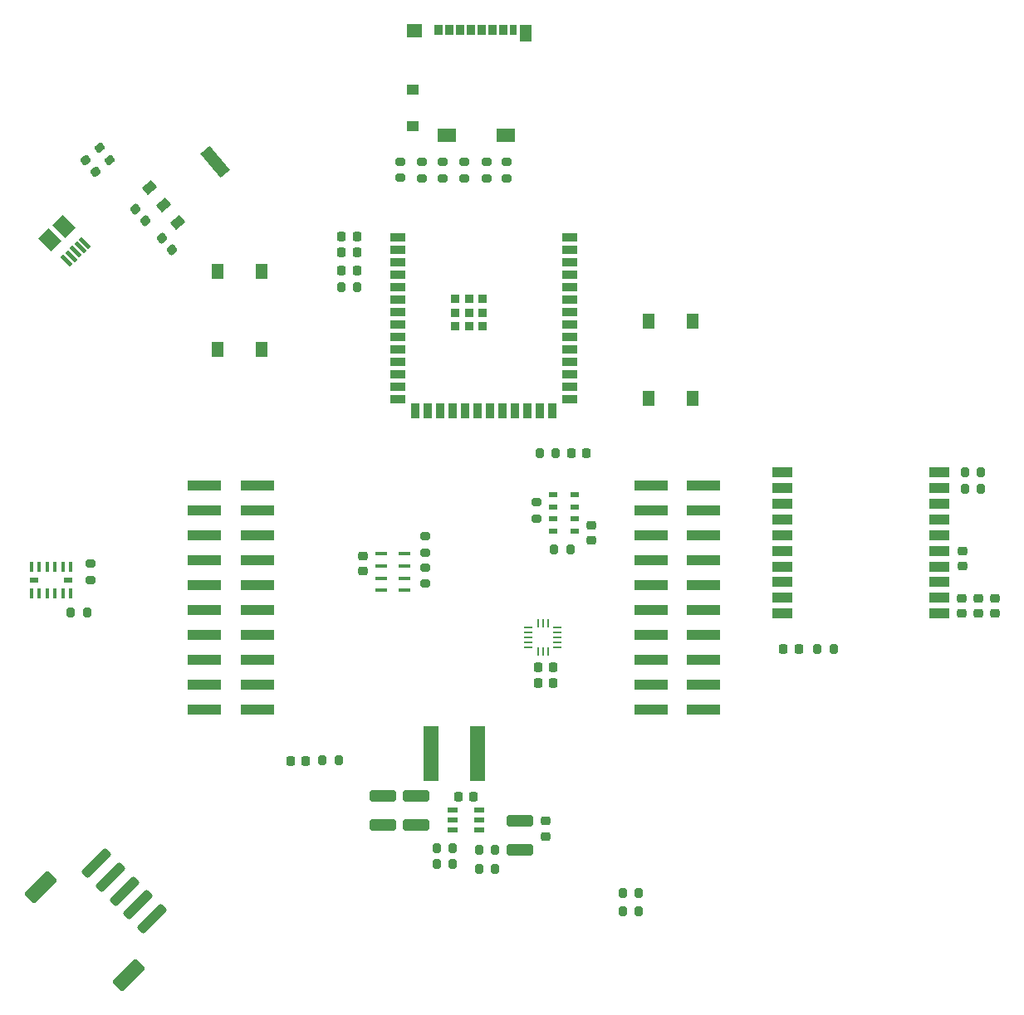
<source format=gbr>
%TF.GenerationSoftware,KiCad,Pcbnew,(6.0.2)*%
%TF.CreationDate,2022-10-10T11:28:08-07:00*%
%TF.ProjectId,AvionicsV0,4176696f-6e69-4637-9356-302e6b696361,rev?*%
%TF.SameCoordinates,Original*%
%TF.FileFunction,Paste,Top*%
%TF.FilePolarity,Positive*%
%FSLAX46Y46*%
G04 Gerber Fmt 4.6, Leading zero omitted, Abs format (unit mm)*
G04 Created by KiCad (PCBNEW (6.0.2)) date 2022-10-10 11:28:08*
%MOMM*%
%LPD*%
G01*
G04 APERTURE LIST*
G04 Aperture macros list*
%AMRoundRect*
0 Rectangle with rounded corners*
0 $1 Rounding radius*
0 $2 $3 $4 $5 $6 $7 $8 $9 X,Y pos of 4 corners*
0 Add a 4 corners polygon primitive as box body*
4,1,4,$2,$3,$4,$5,$6,$7,$8,$9,$2,$3,0*
0 Add four circle primitives for the rounded corners*
1,1,$1+$1,$2,$3*
1,1,$1+$1,$4,$5*
1,1,$1+$1,$6,$7*
1,1,$1+$1,$8,$9*
0 Add four rect primitives between the rounded corners*
20,1,$1+$1,$2,$3,$4,$5,0*
20,1,$1+$1,$4,$5,$6,$7,0*
20,1,$1+$1,$6,$7,$8,$9,0*
20,1,$1+$1,$8,$9,$2,$3,0*%
%AMRotRect*
0 Rectangle, with rotation*
0 The origin of the aperture is its center*
0 $1 length*
0 $2 width*
0 $3 Rotation angle, in degrees counterclockwise*
0 Add horizontal line*
21,1,$1,$2,0,0,$3*%
G04 Aperture macros list end*
%ADD10RotRect,0.950000X1.250000X130.000000*%
%ADD11RotRect,1.250000X3.200000X40.000000*%
%ADD12RoundRect,0.225000X-0.250000X0.225000X-0.250000X-0.225000X0.250000X-0.225000X0.250000X0.225000X0*%
%ADD13RoundRect,0.200000X-0.200000X-0.275000X0.200000X-0.275000X0.200000X0.275000X-0.200000X0.275000X0*%
%ADD14RoundRect,0.225000X0.250000X-0.225000X0.250000X0.225000X-0.250000X0.225000X-0.250000X-0.225000X0*%
%ADD15RoundRect,0.200000X0.200000X0.275000X-0.200000X0.275000X-0.200000X-0.275000X0.200000X-0.275000X0*%
%ADD16RoundRect,0.200000X-0.275000X0.200000X-0.275000X-0.200000X0.275000X-0.200000X0.275000X0.200000X0*%
%ADD17R,0.830000X0.270000*%
%ADD18R,0.270000X0.830000*%
%ADD19R,3.400000X1.020000*%
%ADD20R,1.300000X1.550000*%
%ADD21RoundRect,0.225000X0.225000X0.250000X-0.225000X0.250000X-0.225000X-0.250000X0.225000X-0.250000X0*%
%ADD22R,0.449200X1.117800*%
%ADD23R,0.813000X0.500000*%
%ADD24RoundRect,0.218750X-0.256250X0.218750X-0.256250X-0.218750X0.256250X-0.218750X0.256250X0.218750X0*%
%ADD25RoundRect,0.250000X-1.100000X0.325000X-1.100000X-0.325000X1.100000X-0.325000X1.100000X0.325000X0*%
%ADD26R,1.500000X0.900000*%
%ADD27R,0.900000X1.500000*%
%ADD28R,0.900000X0.900000*%
%ADD29RotRect,0.400000X1.350000X225.000000*%
%ADD30RotRect,1.500000X1.900000X225.000000*%
%ADD31RoundRect,0.225000X-0.225000X-0.250000X0.225000X-0.250000X0.225000X0.250000X-0.225000X0.250000X0*%
%ADD32RoundRect,0.225000X-0.336138X0.011663X-0.046884X-0.333057X0.336138X-0.011663X0.046884X0.333057X0*%
%ADD33R,1.193800X0.457200*%
%ADD34R,2.032000X1.092200*%
%ADD35RoundRect,0.218750X-0.336909X0.002858X-0.055689X-0.332287X0.336909X-0.002858X0.055689X0.332287X0*%
%ADD36RoundRect,0.200000X0.275000X-0.200000X0.275000X0.200000X-0.275000X0.200000X-0.275000X-0.200000X0*%
%ADD37RoundRect,0.225000X0.336138X-0.011663X0.046884X0.333057X-0.336138X0.011663X-0.046884X-0.333057X0*%
%ADD38RoundRect,0.250000X1.100000X-0.325000X1.100000X0.325000X-1.100000X0.325000X-1.100000X-0.325000X0*%
%ADD39RoundRect,0.218750X-0.218750X-0.256250X0.218750X-0.256250X0.218750X0.256250X-0.218750X0.256250X0*%
%ADD40R,0.998220X0.497840*%
%ADD41RoundRect,0.218750X0.218750X0.256250X-0.218750X0.256250X-0.218750X-0.256250X0.218750X-0.256250X0*%
%ADD42R,0.950000X0.550000*%
%ADD43RoundRect,0.250000X-1.237437X-0.883883X-0.883883X-1.237437X1.237437X0.883883X0.883883X1.237437X0*%
%ADD44RoundRect,0.250001X-1.378857X-0.671751X-0.671751X-1.378857X1.378857X0.671751X0.671751X1.378857X0*%
%ADD45RoundRect,0.200000X-0.339220X-0.023558X-0.082105X-0.329975X0.339220X0.023558X0.082105X0.329975X0*%
%ADD46R,0.850000X1.100000*%
%ADD47R,0.750000X1.100000*%
%ADD48R,1.200000X1.000000*%
%ADD49R,1.170000X1.800000*%
%ADD50R,1.900000X1.350000*%
%ADD51R,1.550000X1.350000*%
%ADD52R,1.600000X5.700000*%
G04 APERTURE END LIST*
D10*
%TO.C,IC2*%
X119157837Y-45787976D03*
X120636249Y-47549878D03*
X122114660Y-49311780D03*
D11*
X125845351Y-43178922D03*
%TD*%
D12*
%TO.C,C11*%
X140952000Y-83349000D03*
X140952000Y-84899000D03*
%TD*%
D13*
%TO.C,R10*%
X167450000Y-119634000D03*
X169100000Y-119634000D03*
%TD*%
D14*
%TO.C,C15*%
X203693800Y-89228400D03*
X203693800Y-87678400D03*
%TD*%
D15*
%TO.C,R21*%
X112828599Y-89139499D03*
X111178599Y-89139499D03*
%TD*%
D16*
%TO.C,R5*%
X155575000Y-43181000D03*
X155575000Y-44831000D03*
%TD*%
D17*
%TO.C,U3*%
X160778800Y-92668600D03*
X160778800Y-92168600D03*
X160778800Y-91668600D03*
X160778800Y-91168600D03*
X160778800Y-90668600D03*
D18*
X159808800Y-90198600D03*
X159308800Y-90198600D03*
X158808800Y-90198600D03*
D17*
X157838800Y-90668600D03*
X157838800Y-91168600D03*
X157838800Y-91668600D03*
X157838800Y-92168600D03*
X157838800Y-92668600D03*
D18*
X158808800Y-93138600D03*
X159308800Y-93138600D03*
X159808800Y-93138600D03*
%TD*%
D19*
%TO.C,J7*%
X124800000Y-76200000D03*
X124800000Y-78740000D03*
X124800000Y-81280000D03*
X124800000Y-83820000D03*
X124800000Y-86360000D03*
X124800000Y-88900000D03*
X124800000Y-91440000D03*
X124800000Y-93980000D03*
X124800000Y-96520000D03*
X124800000Y-99060000D03*
X130200000Y-76200000D03*
X130200000Y-78740000D03*
X130200000Y-81280000D03*
X130200000Y-83820000D03*
X130200000Y-86360000D03*
X130200000Y-88900000D03*
X130200000Y-91440000D03*
X130200000Y-93980000D03*
X130200000Y-96520000D03*
X130200000Y-99060000D03*
%TD*%
D12*
%TO.C,C17*%
X164211000Y-80237800D03*
X164211000Y-81787800D03*
%TD*%
D13*
%TO.C,R14*%
X148469090Y-114792722D03*
X150119090Y-114792722D03*
%TD*%
D16*
%TO.C,R7*%
X151257000Y-43181000D03*
X151257000Y-44831000D03*
%TD*%
D20*
%TO.C,SW1*%
X126112800Y-62255800D03*
X126112800Y-54305800D03*
X130612800Y-54305800D03*
X130612800Y-62255800D03*
%TD*%
D16*
%TO.C,R20*%
X113171999Y-84148899D03*
X113171999Y-85798899D03*
%TD*%
D15*
%TO.C,R15*%
X150119090Y-113217920D03*
X148469090Y-113217920D03*
%TD*%
D13*
%TO.C,R2*%
X158979600Y-72872600D03*
X160629600Y-72872600D03*
%TD*%
D21*
%TO.C,C3*%
X140322600Y-50749200D03*
X138772600Y-50749200D03*
%TD*%
D22*
%TO.C,U2*%
X111160001Y-84455699D03*
X110360000Y-84455699D03*
X109559999Y-84455699D03*
X108760001Y-84455699D03*
X107960000Y-84455699D03*
X107160001Y-84455699D03*
D23*
X107441502Y-85826600D03*
D22*
X107159999Y-87197501D03*
X107960000Y-87197501D03*
X108760001Y-87197501D03*
X109559999Y-87197501D03*
X110360000Y-87197501D03*
X111159999Y-87197501D03*
D23*
X110878498Y-85826600D03*
%TD*%
D24*
%TO.C,D3*%
X159606489Y-110398422D03*
X159606489Y-111973422D03*
%TD*%
D13*
%TO.C,R22*%
X187272800Y-92872400D03*
X188922800Y-92872400D03*
%TD*%
D16*
%TO.C,R4*%
X144780000Y-43117000D03*
X144780000Y-44767000D03*
%TD*%
D25*
%TO.C,C8*%
X156914090Y-110422122D03*
X156914090Y-113372122D03*
%TD*%
D26*
%TO.C,IC1*%
X144512000Y-50824000D03*
X144512000Y-52094000D03*
X144512000Y-53364000D03*
X144512000Y-54634000D03*
X144512000Y-55904000D03*
X144512000Y-57174000D03*
X144512000Y-58444000D03*
X144512000Y-59714000D03*
X144512000Y-60984000D03*
X144512000Y-62254000D03*
X144512000Y-63524000D03*
X144512000Y-64794000D03*
X144512000Y-66064000D03*
X144512000Y-67334000D03*
D27*
X146277000Y-68584000D03*
X147547000Y-68584000D03*
X148817000Y-68584000D03*
X150087000Y-68584000D03*
X151357000Y-68584000D03*
X152627000Y-68584000D03*
X153897000Y-68584000D03*
X155167000Y-68584000D03*
X156437000Y-68584000D03*
X157707000Y-68584000D03*
X158977000Y-68584000D03*
X160247000Y-68584000D03*
D26*
X162012000Y-67334000D03*
X162012000Y-66064000D03*
X162012000Y-64794000D03*
X162012000Y-63524000D03*
X162012000Y-62254000D03*
X162012000Y-60984000D03*
X162012000Y-59714000D03*
X162012000Y-58444000D03*
X162012000Y-57174000D03*
X162012000Y-55904000D03*
X162012000Y-54634000D03*
X162012000Y-53364000D03*
X162012000Y-52094000D03*
X162012000Y-50824000D03*
D28*
X151762000Y-58544000D03*
X151762000Y-57144000D03*
X150362000Y-57144000D03*
X150362000Y-58544000D03*
X150362000Y-59944000D03*
X151762000Y-59944000D03*
X153162000Y-59944000D03*
X153162000Y-58544000D03*
X153162000Y-57144000D03*
%TD*%
D15*
%TO.C,R12*%
X154437087Y-113319521D03*
X152787087Y-113319521D03*
%TD*%
D29*
%TO.C,J2*%
X112595782Y-51422905D03*
X112136163Y-51882524D03*
X111676544Y-52342144D03*
X111216924Y-52801763D03*
X110757305Y-53261382D03*
D30*
X109060249Y-51140062D03*
X110474462Y-49725849D03*
%TD*%
D31*
%TO.C,C2*%
X138772600Y-54208200D03*
X140322600Y-54208200D03*
%TD*%
D32*
%TO.C,C4*%
X120456640Y-50968316D03*
X121452960Y-52155684D03*
%TD*%
D33*
%TO.C,U1*%
X142793500Y-83125000D03*
X142793500Y-84375000D03*
X142793500Y-85625000D03*
X142793500Y-86875000D03*
X145206500Y-86875000D03*
X145206500Y-85625000D03*
X145206500Y-84375000D03*
X145206500Y-83125000D03*
%TD*%
D16*
%TO.C,R18*%
X147302000Y-81344000D03*
X147302000Y-82994000D03*
%TD*%
D15*
%TO.C,R23*%
X203948800Y-76479400D03*
X202298800Y-76479400D03*
%TD*%
D34*
%TO.C,U4*%
X199707500Y-89236801D03*
X199707500Y-87636601D03*
X199707500Y-86036401D03*
X199707500Y-84436201D03*
X199707500Y-82836001D03*
X199707500Y-81235801D03*
X199707500Y-79635601D03*
X199707500Y-78035401D03*
X199707500Y-76435201D03*
X199707500Y-74835001D03*
X183680100Y-74835001D03*
X183680100Y-76435201D03*
X183680100Y-78035401D03*
X183680100Y-79635601D03*
X183680100Y-81235801D03*
X183680100Y-82836001D03*
X183680100Y-84436201D03*
X183680100Y-86036401D03*
X183680100Y-87636601D03*
X183680100Y-89236801D03*
%TD*%
D35*
%TO.C,D2*%
X112649510Y-42961067D03*
X113661900Y-44167587D03*
%TD*%
D36*
%TO.C,R19*%
X147302000Y-86169000D03*
X147302000Y-84519000D03*
%TD*%
D13*
%TO.C,R13*%
X152787091Y-115300719D03*
X154437091Y-115300719D03*
%TD*%
D15*
%TO.C,R11*%
X169100000Y-117729000D03*
X167450000Y-117729000D03*
%TD*%
D37*
%TO.C,C5*%
X118760560Y-49158484D03*
X117764240Y-47971116D03*
%TD*%
D19*
%TO.C,J8*%
X170300000Y-76200000D03*
X170300000Y-78740000D03*
X170300000Y-81280000D03*
X170300000Y-83820000D03*
X170300000Y-86360000D03*
X170300000Y-88900000D03*
X170300000Y-91440000D03*
X170300000Y-93980000D03*
X170300000Y-96520000D03*
X170300000Y-99060000D03*
X175700000Y-76200000D03*
X175700000Y-78740000D03*
X175700000Y-81280000D03*
X175700000Y-83820000D03*
X175700000Y-86360000D03*
X175700000Y-88900000D03*
X175700000Y-91440000D03*
X175700000Y-93980000D03*
X175700000Y-96520000D03*
X175700000Y-99060000D03*
%TD*%
D16*
%TO.C,R9*%
X146939000Y-43181000D03*
X146939000Y-44831000D03*
%TD*%
D38*
%TO.C,C10*%
X146347690Y-110781320D03*
X146347690Y-107831320D03*
%TD*%
D39*
%TO.C,D4*%
X133550807Y-104270956D03*
X135125807Y-104270956D03*
%TD*%
D15*
%TO.C,R16*%
X138493000Y-104241600D03*
X136843000Y-104241600D03*
%TD*%
D31*
%TO.C,C12*%
X158787801Y-94716600D03*
X160337801Y-94716600D03*
%TD*%
D16*
%TO.C,R8*%
X149098000Y-43181000D03*
X149098000Y-44831000D03*
%TD*%
D14*
%TO.C,C14*%
X201993800Y-89228400D03*
X201993800Y-87678400D03*
%TD*%
D40*
%TO.C,M1*%
X150100000Y-109299240D03*
X152800020Y-111300760D03*
X150100000Y-111300760D03*
X150100000Y-110300000D03*
X152800020Y-109299240D03*
X152800020Y-110300000D03*
%TD*%
D13*
%TO.C,R1*%
X138722600Y-55981600D03*
X140372600Y-55981600D03*
%TD*%
D31*
%TO.C,C9*%
X150652693Y-107934720D03*
X152202693Y-107934720D03*
%TD*%
D25*
%TO.C,C6*%
X142944089Y-107831322D03*
X142944089Y-110781322D03*
%TD*%
D41*
%TO.C,D1*%
X163767100Y-72872600D03*
X162192100Y-72872600D03*
%TD*%
D42*
%TO.C,U7*%
X162527600Y-80839200D03*
X162527600Y-79589200D03*
X162527600Y-78339200D03*
X162527600Y-77089200D03*
X160377600Y-77089200D03*
X160377600Y-78339200D03*
X160377600Y-79589200D03*
X160377600Y-80839200D03*
%TD*%
D14*
%TO.C,C16*%
X202093800Y-84428400D03*
X202093800Y-82878400D03*
%TD*%
D16*
%TO.C,R26*%
X158648400Y-77889600D03*
X158648400Y-79539600D03*
%TD*%
D21*
%TO.C,C1*%
X140322600Y-52400200D03*
X138772600Y-52400200D03*
%TD*%
D43*
%TO.C,J14*%
X113796827Y-114716319D03*
X115211041Y-116130532D03*
X116625254Y-117544746D03*
X118039468Y-118958959D03*
X119453681Y-120373173D03*
D44*
X117049518Y-126100738D03*
X108069262Y-117120482D03*
%TD*%
D15*
%TO.C,R24*%
X203948800Y-74828399D03*
X202298800Y-74828399D03*
%TD*%
D45*
%TO.C,R3*%
X114074500Y-41735213D03*
X115135100Y-42999187D03*
%TD*%
D15*
%TO.C,R27*%
X162089600Y-82714600D03*
X160439600Y-82714600D03*
%TD*%
D16*
%TO.C,R6*%
X153543000Y-43181000D03*
X153543000Y-44831000D03*
%TD*%
D31*
%TO.C,C13*%
X158787800Y-96367600D03*
X160337800Y-96367600D03*
%TD*%
D46*
%TO.C,J1*%
X148660000Y-29665500D03*
X149760000Y-29665500D03*
X150860000Y-29665500D03*
X151960000Y-29665500D03*
X153060000Y-29665500D03*
X154160000Y-29665500D03*
X155260000Y-29665500D03*
D47*
X156310000Y-29665500D03*
D48*
X146025000Y-35815500D03*
X146025000Y-39515500D03*
D49*
X157520000Y-30015500D03*
D50*
X155495000Y-40490500D03*
X149525000Y-40490500D03*
D51*
X146200000Y-29790500D03*
%TD*%
D24*
%TO.C,FB1*%
X205393800Y-87665900D03*
X205393800Y-89240900D03*
%TD*%
D20*
%TO.C,SW2*%
X170038200Y-67322600D03*
X170038200Y-59372600D03*
X174538200Y-67322600D03*
X174538200Y-59372600D03*
%TD*%
D39*
%TO.C,D6*%
X183794300Y-92862400D03*
X185369300Y-92862400D03*
%TD*%
D52*
%TO.C,L1*%
X152609289Y-103565919D03*
X147909289Y-103565919D03*
%TD*%
M02*

</source>
